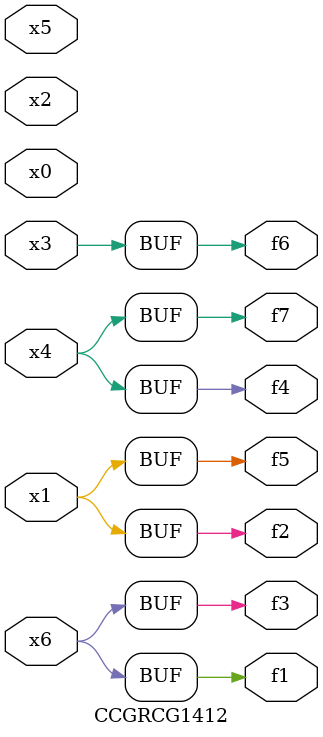
<source format=v>
module CCGRCG1412(
	input x0, x1, x2, x3, x4, x5, x6,
	output f1, f2, f3, f4, f5, f6, f7
);
	assign f1 = x6;
	assign f2 = x1;
	assign f3 = x6;
	assign f4 = x4;
	assign f5 = x1;
	assign f6 = x3;
	assign f7 = x4;
endmodule

</source>
